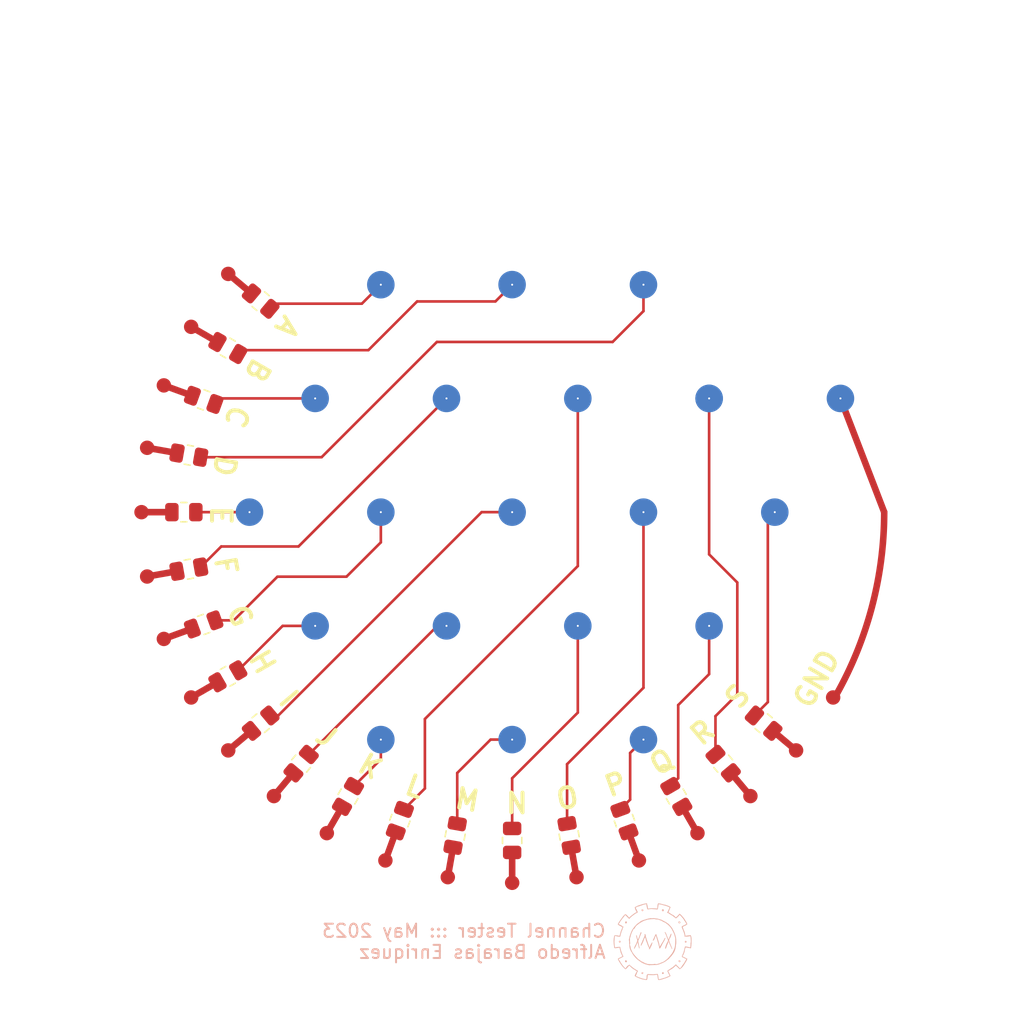
<source format=kicad_pcb>
(kicad_pcb (version 20221018) (generator pcbnew)
  (layers (0 "F.Cu" signal) (31 "B.Cu" signal) (34 "B.Paste" user) (35 "F.Paste" user) (36 "B.SilkS" user "B.Silkscreen") (37 "F.SilkS" user "F.Silkscreen") (38 "B.Mask" user) (39 "F.Mask" user) (44 "Edge.Cuts" user))
  (net 0 "")
  (footprint "Resistor_SMD:R_0805_2012Metric" (layer "F.Cu") (at 40.845 74.715635 60)
    (fp_text reference "REF**8" hide)
    (fp_text value "R_0805_2012Metric" hide)
    (pad "1" smd roundrect (at -0.9125 0 60) (size 1.025 1.4) (layers "F.Cu" "F.Paste" "F.Mask") (roundrect_rratio 0.243902))
    (pad "2" smd roundrect (at 0.9125 0 60) (size 1.025 1.4) (layers "F.Cu" "F.Paste" "F.Mask") (roundrect_rratio 0.243902))
  )
  (footprint "Resistor_SMD:R_0805_2012Metric" (layer "F.Cu") (at 29.852684 44.514496 -20)
    (fp_text reference "REF**16" hide)
    (fp_text value "R_0805_2012Metric" hide)
    (pad "1" smd roundrect (at -0.9125 0 340) (size 1.025 1.4) (layers "F.Cu" "F.Paste" "F.Mask") (roundrect_rratio 0.243902))
    (pad "2" smd roundrect (at 0.9125 0 340) (size 1.025 1.4) (layers "F.Cu" "F.Paste" "F.Mask") (roundrect_rratio 0.243902))
  )
  (footprint "Resistor_SMD:R_0805_2012Metric" (layer "F.Cu") (at 37.27531 72.216111 50)
    (fp_text reference "REF**9" hide)
    (fp_text value "R_0805_2012Metric" hide)
    (pad "1" smd roundrect (at -0.9125 0 50) (size 1.025 1.4) (layers "F.Cu" "F.Paste" "F.Mask") (roundrect_rratio 0.243902))
    (pad "2" smd roundrect (at 0.9125 0 50) (size 1.025 1.4) (layers "F.Cu" "F.Paste" "F.Mask") (roundrect_rratio 0.243902))
  )
  (footprint "Resistor_SMD:R_0805_2012Metric" (layer "F.Cu") (at 65.845 74.715635 120)
    (fp_text reference "REF**3" hide)
    (fp_text value "R_0805_2012Metric" hide)
    (pad "1" smd roundrect (at -0.9125 0 120) (size 1.025 1.4) (layers "F.Cu" "F.Paste" "F.Mask") (roundrect_rratio 0.243902))
    (pad "2" smd roundrect (at 0.9125 0 120) (size 1.025 1.4) (layers "F.Cu" "F.Paste" "F.Mask") (roundrect_rratio 0.243902))
  )
  (footprint "Resistor_SMD:R_0805_2012Metric" (layer "F.Cu") (at 49.003796 77.685194 80)
    (fp_text reference "REF**6" hide)
    (fp_text value "R_0805_2012Metric" hide)
    (pad "1" smd roundrect (at -0.9125 0 80) (size 1.025 1.4) (layers "F.Cu" "F.Paste" "F.Mask") (roundrect_rratio 0.243902))
    (pad "2" smd roundrect (at 0.9125 0 80) (size 1.025 1.4) (layers "F.Cu" "F.Paste" "F.Mask") (roundrect_rratio 0.243902))
  )
  (footprint "Resistor_SMD:R_0805_2012Metric" (layer "F.Cu") (at 29.852684 61.615504 20)
    (fp_text reference "REF**12" hide)
    (fp_text value "R_0805_2012Metric" hide)
    (pad "1" smd roundrect (at -0.9125 0 20) (size 1.025 1.4) (layers "F.Cu" "F.Paste" "F.Mask") (roundrect_rratio 0.243902))
    (pad "2" smd roundrect (at 0.9125 0 20) (size 1.025 1.4) (layers "F.Cu" "F.Paste" "F.Mask") (roundrect_rratio 0.243902))
  )
  (footprint "Resistor_SMD:R_0805_2012Metric" (layer "F.Cu") (at 44.794496 76.557316 70)
    (fp_text reference "REF**7" hide)
    (fp_text value "R_0805_2012Metric" hide)
    (pad "1" smd roundrect (at -0.9125 0 70) (size 1.025 1.4) (layers "F.Cu" "F.Paste" "F.Mask") (roundrect_rratio 0.243902))
    (pad "2" smd roundrect (at 0.9125 0 70) (size 1.025 1.4) (layers "F.Cu" "F.Paste" "F.Mask") (roundrect_rratio 0.243902))
  )
  (footprint "Resistor_SMD:R_0805_2012Metric" (layer "F.Cu") (at 31.694365 40.565 -30)
    (fp_text reference "REF**17" hide)
    (fp_text value "R_0805_2012Metric" hide)
    (pad "1" smd roundrect (at -0.9125 0 330) (size 1.025 1.4) (layers "F.Cu" "F.Paste" "F.Mask") (roundrect_rratio 0.243902))
    (pad "2" smd roundrect (at 0.9125 0 330) (size 1.025 1.4) (layers "F.Cu" "F.Paste" "F.Mask") (roundrect_rratio 0.243902))
  )
  (footprint "Resistor_SMD:R_0805_2012Metric" (layer "F.Cu") (at 28.345 53.065)
    (fp_text reference "REF**14" hide)
    (fp_text value "R_0805_2012Metric" hide)
    (pad "1" smd roundrect (at -0.9125 0) (size 1.025 1.4) (layers "F.Cu" "F.Paste" "F.Mask") (roundrect_rratio 0.243902))
    (pad "2" smd roundrect (at 0.9125 0) (size 1.025 1.4) (layers "F.Cu" "F.Paste" "F.Mask") (roundrect_rratio 0.243902))
  )
  (footprint "Resistor_SMD:R_0805_2012Metric" (layer "F.Cu") (at 53.345 78.065 90)
    (fp_text reference "REF**" hide)
    (fp_text value "R_0805_2012Metric" hide)
    (pad "1" smd roundrect (at -0.9125 0 90) (size 1.025 1.4) (layers "F.Cu" "F.Paste" "F.Mask") (roundrect_rratio 0.243902))
    (pad "2" smd roundrect (at 0.9125 0 90) (size 1.025 1.4) (layers "F.Cu" "F.Paste" "F.Mask") (roundrect_rratio 0.243902))
  )
  (footprint "Resistor_SMD:R_0805_2012Metric" (layer "F.Cu") (at 69.41469 72.216111 130)
    (fp_text reference "REF**4" hide)
    (fp_text value "R_0805_2012Metric" hide)
    (pad "1" smd roundrect (at -0.9125 0 130) (size 1.025 1.4) (layers "F.Cu" "F.Paste" "F.Mask") (roundrect_rratio 0.243902))
    (pad "2" smd roundrect (at 0.9125 0 130) (size 1.025 1.4) (layers "F.Cu" "F.Paste" "F.Mask") (roundrect_rratio 0.243902))
  )
  (footprint "Resistor_SMD:R_0805_2012Metric" (layer "F.Cu") (at 34.193889 69.13469 40)
    (fp_text reference "REF**10" hide)
    (fp_text value "R_0805_2012Metric" hide)
    (pad "1" smd roundrect (at -0.9125 0 40) (size 1.025 1.4) (layers "F.Cu" "F.Paste" "F.Mask") (roundrect_rratio 0.243902))
    (pad "2" smd roundrect (at 0.9125 0 40) (size 1.025 1.4) (layers "F.Cu" "F.Paste" "F.Mask") (roundrect_rratio 0.243902))
  )
  (footprint "Resistor_SMD:R_0805_2012Metric" (layer "F.Cu") (at 61.895504 76.557316 110)
    (fp_text reference "REF**2" hide)
    (fp_text value "R_0805_2012Metric" hide)
    (pad "1" smd roundrect (at -0.9125 0 110) (size 1.025 1.4) (layers "F.Cu" "F.Paste" "F.Mask") (roundrect_rratio 0.243902))
    (pad "2" smd roundrect (at 0.9125 0 110) (size 1.025 1.4) (layers "F.Cu" "F.Paste" "F.Mask") (roundrect_rratio 0.243902))
  )
  (footprint "Resistor_SMD:R_0805_2012Metric" (layer "F.Cu") (at 28.724806 57.406204 10)
    (fp_text reference "REF**13" hide)
    (fp_text value "R_0805_2012Metric" hide)
    (pad "1" smd roundrect (at -0.9125 0 10) (size 1.025 1.4) (layers "F.Cu" "F.Paste" "F.Mask") (roundrect_rratio 0.243902))
    (pad "2" smd roundrect (at 0.9125 0 10) (size 1.025 1.4) (layers "F.Cu" "F.Paste" "F.Mask") (roundrect_rratio 0.243902))
  )
  (footprint "Resistor_SMD:R_0805_2012Metric" (layer "F.Cu") (at 34.193889 36.995309 -40)
    (fp_text reference "REF**18" hide)
    (fp_text value "R_0805_2012Metric" hide)
    (pad "1" smd roundrect (at -0.9125 0 320) (size 1.025 1.4) (layers "F.Cu" "F.Paste" "F.Mask") (roundrect_rratio 0.243902))
    (pad "2" smd roundrect (at 0.9125 0 320) (size 1.025 1.4) (layers "F.Cu" "F.Paste" "F.Mask") (roundrect_rratio 0.243902))
  )
  (footprint "Resistor_SMD:R_0805_2012Metric" (layer "F.Cu") (at 57.686204 77.685194 100)
    (fp_text reference "REF**1" hide)
    (fp_text value "R_0805_2012Metric" hide)
    (pad "1" smd roundrect (at -0.9125 0 100) (size 1.025 1.4) (layers "F.Cu" "F.Paste" "F.Mask") (roundrect_rratio 0.243902))
    (pad "2" smd roundrect (at 0.9125 0 100) (size 1.025 1.4) (layers "F.Cu" "F.Paste" "F.Mask") (roundrect_rratio 0.243902))
  )
  (footprint "Resistor_SMD:R_0805_2012Metric" (layer "F.Cu") (at 31.694365 65.565 30)
    (fp_text reference "REF**11" hide)
    (fp_text value "R_0805_2012Metric" hide)
    (pad "1" smd roundrect (at -0.9125 0 30) (size 1.025 1.4) (layers "F.Cu" "F.Paste" "F.Mask") (roundrect_rratio 0.243902))
    (pad "2" smd roundrect (at 0.9125 0 30) (size 1.025 1.4) (layers "F.Cu" "F.Paste" "F.Mask") (roundrect_rratio 0.243902))
  )
  (footprint "Resistor_SMD:R_0805_2012Metric" (layer "F.Cu") (at 28.724806 48.723796 -10)
    (fp_text reference "REF**15" hide)
    (fp_text value "R_0805_2012Metric" hide)
    (pad "1" smd roundrect (at -0.9125 0 350) (size 1.025 1.4) (layers "F.Cu" "F.Paste" "F.Mask") (roundrect_rratio 0.243902))
    (pad "2" smd roundrect (at 0.9125 0 350) (size 1.025 1.4) (layers "F.Cu" "F.Paste" "F.Mask") (roundrect_rratio 0.243902))
  )
  (footprint "Resistor_SMD:R_0805_2012Metric" (layer "F.Cu") (at 72.496111 69.13469 140)
    (fp_text reference "REF**5" hide)
    (fp_text value "R_0805_2012Metric" hide)
    (pad "1" smd roundrect (at -0.9125 0 140) (size 1.025 1.4) (layers "F.Cu" "F.Paste" "F.Mask") (roundrect_rratio 0.243902))
    (pad "2" smd roundrect (at 0.9125 0 140) (size 1.025 1.4) (layers "F.Cu" "F.Paste" "F.Mask") (roundrect_rratio 0.243902))
  )
  (footprint "LOGO" (layer "B.Cu") (at 64.04 85.73 180)
    (fp_text reference "G***" hide)
    (fp_text value "LOGO" hide)
  )
  (gr_line (start 48.830147 78.670002) (end 48.443874 80.860656) (stroke (width 0.5)) (layer "F.Cu"))
  (gr_circle (center 43.691669 79.587306) (end 44.161515 79.416296) (stroke (width 0.1)) (fill solid) (layer "F.Cu"))
  (gr_circle (center 35.202673 74.686182) (end 35.702673 74.686182) (stroke (width 0.1)) (fill solid) (layer "F.Cu"))
  (gr_line (start 27.345 53.065) (end 25.120551 53.064999) (stroke (width 0.5)) (layer "F.Cu"))
  (gr_circle (center 25.549343 57.966123) (end 25.932365 58.287517) (stroke (width 0.1)) (fill solid) (layer "F.Cu"))
  (gr_line (start 28.912991 61.957524) (end 26.822692 62.718329) (stroke (width 0.5)) (layer "F.Cu"))
  (gr_circle (center 62.998329 79.587307) (end 63.248329 79.154294) (stroke (width 0.1)) (fill solid) (layer "F.Cu"))
  (gr_line (start 57.859853 78.670002) (end 58.246123 80.860657) (stroke (width 0.5)) (layer "F.Cu"))
  (gr_line (start 36.632522 72.982156) (end 35.202673 74.686182) (stroke (width 0.5)) (layer "F.Cu"))
  (gr_circle (center 26.822694 43.411669) (end 26.993704 43.881515) (stroke (width 0.1)) (fill solid) (layer "F.Cu"))
  (gr_circle (center 48.443875 80.860656) (end 48.876888 80.610656) (stroke (width 0.1)) (fill solid) (layer "F.Cu"))
  (gr_line (start 27.739998 57.579853) (end 25.549343 57.966123) (stroke (width 0.5)) (layer "F.Cu"))
  (gr_line (start 33.427844 69.777478) (end 31.723817 71.207325) (stroke (width 0.5)) (layer "F.Cu"))
  (gr_line (start 66.345 75.581661) (end 67.457223 77.508091) (stroke (width 0.5)) (layer "F.Cu"))
  (gr_line (start 30.828339 66.065) (end 28.901909 67.177223) (stroke (width 0.5)) (layer "F.Cu"))
  (gr_line (start 30.828339 40.065) (end 28.90191 38.952775) (stroke (width 0.5)) (layer "F.Cu"))
  (gr_line (start 70.057478 72.982156) (end 71.487325 74.686183) (stroke (width 0.5)) (layer "F.Cu"))
  (gr_circle (center 31.723818 34.922673) (end 31.723818 35.422673) (stroke (width 0.1)) (fill solid) (layer "F.Cu"))
  (gr_circle (center 71.487326 74.686183) (end 71.57415 74.193779) (stroke (width 0.1)) (fill solid) (layer "F.Cu"))
  (gr_circle (center 26.822693 62.718329) (end 27.255706 62.968329) (stroke (width 0.1)) (fill solid) (layer "F.Cu"))
  (gr_circle (center 28.901909 67.177224) (end 29.371755 67.348234) (stroke (width 0.1)) (fill solid) (layer "F.Cu"))
  (gr_circle (center 53.344999 81.289449) (end 53.728021 80.968055) (stroke (width 0.1)) (fill solid) (layer "F.Cu"))
  (gr_line (start 44.452476 77.497009) (end 43.691669 79.587307) (stroke (width 0.5)) (layer "F.Cu"))
  (gr_circle (center 28.90191 38.952775) (end 28.988734 39.445179) (stroke (width 0.1)) (fill solid) (layer "F.Cu"))
  (gr_circle (center 74.966182 71.207327) (end 74.966182 70.707327) (stroke (width 0.1)) (fill solid) (layer "F.Cu"))
  (gr_circle (center 67.457224 77.508091) (end 67.628234 77.038245) (stroke (width 0.1)) (fill solid) (layer "F.Cu"))
  (gr_circle (center 58.246123 80.860657) (end 58.567517 80.477635) (stroke (width 0.1)) (fill solid) (layer "F.Cu"))
  (gr_circle (center 31.723817 71.207326) (end 32.216221 71.29415) (stroke (width 0.1)) (fill solid) (layer "F.Cu"))
  (gr_circle (center 77.78809 67.177225) (end 77.701266 66.684821) (stroke (width 0.1)) (fill solid) (layer "F.Cu"))
  (gr_line (start 33.427844 36.352522) (end 31.723818 34.922673) (stroke (width 0.5)) (layer "F.Cu"))
  (gr_circle (center 25.549344 48.163875) (end 25.799344 48.596888) (stroke (width 0.1)) (fill solid) (layer "F.Cu"))
  (gr_circle (center 25.120551 53.064999) (end 25.441945 53.448021) (stroke (width 0.1)) (fill solid) (layer "F.Cu"))
  (gr_arc (start 81.676551 53.065115) (mid 80.711139 60.397791) (end 77.880788 67.230745) (stroke (width 0.5)) (layer "F.Cu"))
  (gr_line (start 78.345 44.405) (end 81.676551 53.065115) (stroke (width 0.5)) (layer "F.Cu"))
  (gr_line (start 27.739998 48.550147) (end 25.549344 48.163874) (stroke (width 0.5)) (layer "F.Cu"))
  (gr_line (start 73.262156 69.777478) (end 74.966182 71.207327) (stroke (width 0.5)) (layer "F.Cu"))
  (gr_line (start 62.237524 77.497009) (end 62.998329 79.587308) (stroke (width 0.5)) (layer "F.Cu"))
  (gr_line (start 28.912991 44.172476) (end 26.822693 43.411669) (stroke (width 0.5)) (layer "F.Cu"))
  (gr_circle (center 39.232775 77.50809) (end 39.725179 77.421266) (stroke (width 0.1)) (fill solid) (layer "F.Cu"))
  (gr_line (start 53.345 79.065) (end 53.344999 81.289449) (stroke (width 0.5)) (layer "F.Cu"))
  (gr_line (start 40.345 75.581661) (end 39.232775 77.50809) (stroke (width 0.5)) (layer "F.Cu"))
  (gr_circle (center 58.345 61.725) (end 59.345 61.725) (stroke (width 0.1)) (fill solid) (layer "B.Cu"))
  (gr_circle (center 78.345 44.405) (end 79.345 44.405) (stroke (width 0.1)) (fill solid) (layer "B.Cu"))
  (gr_circle (center 53.341263 35.738737) (end 54.341263 35.738737) (stroke (width 0.1)) (fill solid) (layer "B.Cu"))
  (gr_circle (center 53.345 53.065) (end 54.345 53.065) (stroke (width 0.1)) (fill solid) (layer "B.Cu"))
  (gr_circle (center 53.345 70.385) (end 54.345 70.385) (stroke (width 0.1)) (fill solid) (layer "B.Cu"))
  (gr_circle (center 48.345 61.725) (end 49.345 61.725) (stroke (width 0.1)) (fill solid) (layer "B.Cu"))
  (gr_circle (center 68.345 44.405) (end 69.345 44.405) (stroke (width 0.1)) (fill solid) (layer "B.Cu"))
  (gr_circle (center 73.345 53.065) (end 74.345 53.065) (stroke (width 0.1)) (fill solid) (layer "B.Cu"))
  (gr_circle (center 48.345 44.405) (end 49.345 44.405) (stroke (width 0.1)) (fill solid) (layer "B.Cu"))
  (gr_circle (center 43.345 70.385) (end 44.345 70.385) (stroke (width 0.1)) (fill solid) (layer "B.Cu"))
  (gr_circle (center 63.345 35.745) (end 64.345 35.745) (stroke (width 0.1)) (fill solid) (layer "B.Cu"))
  (gr_circle (center 43.345 53.065) (end 44.345 53.065) (stroke (width 0.1)) (fill solid) (layer "B.Cu"))
  (gr_circle (center 38.345 44.405) (end 39.345 44.405) (stroke (width 0.1)) (fill solid) (layer "B.Cu"))
  (gr_circle (center 63.345 70.385) (end 64.345 70.385) (stroke (width 0.1)) (fill solid) (layer "B.Cu"))
  (gr_circle (center 58.345 44.405) (end 59.345 44.405) (stroke (width 0.1)) (fill solid) (layer "B.Cu"))
  (gr_circle (center 68.345 44.405) (end 69.345 44.405) (stroke (width 0.1)) (fill solid) (layer "B.Cu"))
  (gr_circle (center 63.345 53.065) (end 64.345 53.065) (stroke (width 0.1)) (fill solid) (layer "B.Cu"))
  (gr_circle (center 33.345 53.065) (end 34.345 53.065) (stroke (width 0.1)) (fill solid) (layer "B.Cu"))
  (gr_circle (center 38.345 61.725) (end 39.345 61.725) (stroke (width 0.1)) (fill solid) (layer "B.Cu"))
  (gr_circle (center 68.345 61.725) (end 69.345 61.725) (stroke (width 0.1)) (fill solid) (layer "B.Cu"))
  (gr_circle (center 43.345 35.745) (end 44.345 35.745) (stroke (width 0.1)) (fill solid) (layer "B.Cu"))
  (gr_circle (center 58.246123 80.860657) (end 58.40682 80.669146) (stroke (width 0.001)) (fill none) (layer "Edge.Cuts"))
  (gr_circle (center 26.822693 62.718329) (end 27.039199 62.843329) (stroke (width 0.001)) (fill none) (layer "Edge.Cuts"))
  (gr_circle (center 48.443875 80.860656) (end 48.660381 80.735656) (stroke (width 0.001)) (fill none) (layer "Edge.Cuts"))
  (gr_circle (center 25.120551 53.064999) (end 25.281248 53.25651) (stroke (width 0.001)) (fill none) (layer "Edge.Cuts"))
  (gr_circle (center 67.457224 77.508091) (end 67.542729 77.273168) (stroke (width 0.001)) (fill none) (layer "Edge.Cuts"))
  (gr_circle (center 31.723817 71.207326) (end 31.970019 71.250738) (stroke (width 0.001)) (fill none) (layer "Edge.Cuts"))
  (gr_circle (center 28.901909 67.177224) (end 29.136832 67.262729) (stroke (width 0.001)) (fill none) (layer "Edge.Cuts"))
  (gr_circle (center 35.202673 74.686182) (end 35.452673 74.686182) (stroke (width 0.001)) (fill none) (layer "Edge.Cuts"))
  (gr_circle (center 39.232775 77.50809) (end 39.478977 77.464678) (stroke (width 0.001)) (fill none) (layer "Edge.Cuts"))
  (gr_circle (center 74.966182 71.207327) (end 74.966182 70.957327) (stroke (width 0.001)) (fill none) (layer "Edge.Cuts"))
  (gr_circle (center 53.345 18.065) (end 54.845 18.065) (stroke (width 0.001)) (fill none) (layer "Edge.Cuts"))
  (gr_circle (center 53.345 53.065) (end 92.345 53.065) (stroke (width 0.001)) (fill none) (layer "Edge.Cuts"))
  (gr_circle (center 62.998329 79.587307) (end 63.123329 79.370801) (stroke (width 0.001)) (fill none) (layer "Edge.Cuts"))
  (gr_circle (center 77.78809 67.177225) (end 77.744678 66.931023) (stroke (width 0.001)) (fill none) (layer "Edge.Cuts"))
  (gr_circle (center 83.655889 70.565) (end 85.155889 70.565) (stroke (width 0.001)) (fill none) (layer "Edge.Cuts"))
  (gr_circle (center 23.034111 70.565) (end 24.534111 70.565) (stroke (width 0.001)) (fill none) (layer "Edge.Cuts"))
  (gr_circle (center 53.344999 81.289449) (end 53.53651 81.128752) (stroke (width 0.001)) (fill none) (layer "Edge.Cuts"))
  (gr_circle (center 28.90191 38.952775) (end 28.945322 39.198977) (stroke (width 0.001)) (fill none) (layer "Edge.Cuts"))
  (gr_circle (center 43.691669 79.587306) (end 43.926592 79.501801) (stroke (width 0.001)) (fill none) (layer "Edge.Cuts"))
  (gr_circle (center 26.822694 43.411669) (end 26.908199 43.646592) (stroke (width 0.001)) (fill none) (layer "Edge.Cuts"))
  (gr_circle (center 31.723818 34.922673) (end 31.723818 35.172673) (stroke (width 0.001)) (fill none) (layer "Edge.Cuts"))
  (gr_circle (center 25.549344 48.163875) (end 25.674344 48.380381) (stroke (width 0.001)) (fill none) (layer "Edge.Cuts"))
  (gr_circle (center 25.549343 57.966123) (end 25.740854 58.12682) (stroke (width 0.001)) (fill none) (layer "Edge.Cuts"))
  (gr_circle (center 71.487326 74.686183) (end 71.530738 74.439981) (stroke (width 0.001)) (fill none) (layer "Edge.Cuts"))
  (gr_text "Channel Tester ::: May 2023\nAlfredo Barajas Enriquez\n" (at 60.555 87.145) (layer "B.SilkS") (effects (font (size 1 1)) (justify left bottom mirror)))
  (gr_text "GND" (at 76.05 68.345 60) (layer "F.SilkS") (effects (font (size 1.5 1.5) (thickness 0.3) bold) (justify left bottom)))
  (gr_text "A" (at 36.082374 37.770584 -130) (layer "F.SilkS") (effects (font (size 1.5 1.5) (thickness 0.3) bold) (justify left bottom)))
  (gr_text "R" (at 67.689521 71.124683 40) (layer "F.SilkS") (effects (font (size 1.5 1.5) (thickness 0.3) bold) (justify left bottom)))
  (gr_text "Q" (at 64.335564 73.341216 30) (layer "F.SilkS") (effects (font (size 1.5 1.5) (thickness 0.3) bold) (justify left bottom)))
  (gr_text "N" (at 52.725 76.12) (layer "F.SilkS") (effects (font (size 1.5 1.5) (thickness 0.3) bold) (justify left bottom)))
  (gr_text "F" (at 30.532595 56.457878 280) (layer "F.SilkS") (effects (font (size 1.5 1.5) (thickness 0.3) bold) (justify left bottom)))
  (gr_text "E" (at 30.29 52.445 270) (layer "F.SilkS") (effects (font (size 1.5 1.5) (thickness 0.3) bold) (justify left bottom)))
  (gr_text "O" (at 56.737878 75.877405 10) (layer "F.SilkS") (effects (font (size 1.5 1.5) (thickness 0.3) bold) (justify left bottom)))
  (gr_text "L" (at 44.877116 74.517561 340) (layer "F.SilkS") (effects (font (size 1.5 1.5) (thickness 0.3) bold) (justify left bottom)))
  (gr_text "D" (at 30.747919 48.45096 260) (layer "F.SilkS") (effects (font (size 1.5 1.5) (thickness 0.3) bold) (justify left bottom)))
  (gr_text "K" (at 41.280564 72.721216 330) (layer "F.SilkS") (effects (font (size 1.5 1.5) (thickness 0.3) bold) (justify left bottom)))
  (gr_text "H" (at 33.068784 64.055564 300) (layer "F.SilkS") (effects (font (size 1.5 1.5) (thickness 0.3) bold) (justify left bottom)))
  (gr_text "C" (at 31.892439 44.597116 250) (layer "F.SilkS") (effects (font (size 1.5 1.5) (thickness 0.3) bold) (justify left bottom)))
  (gr_text "I" (at 35.285317 67.409521 310) (layer "F.SilkS") (effects (font (size 1.5 1.5) (thickness 0.3) bold) (justify left bottom)))
  (gr_text "B" (at 33.688784 41.000564 240) (layer "F.SilkS") (effects (font (size 1.5 1.5) (thickness 0.3) bold) (justify left bottom)))
  (gr_text "G" (at 31.468334 60.367665 290) (layer "F.SilkS") (effects (font (size 1.5 1.5) (thickness 0.3) bold) (justify left bottom)))
  (gr_text "P" (at 60.647665 74.941666 20) (layer "F.SilkS") (effects (font (size 1.5 1.5) (thickness 0.3) bold) (justify left bottom)))
  (gr_text "J" (at 38.050584 70.327626 320) (layer "F.SilkS") (effects (font (size 1.5 1.5) (thickness 0.3) bold) (justify left bottom)))
  (gr_text "S" (at 70.607626 68.359416 50) (layer "F.SilkS") (effects (font (size 1.5 1.5) (thickness 0.3) bold) (justify left bottom)))
  (gr_text "M" (at 48.73096 75.662081 350) (layer "F.SilkS") (effects (font (size 1.5 1.5) (thickness 0.3) bold) (justify left bottom)))
  (segment (start 51.705 70.385) (end 49.16225 72.92775) (width 0.2) (layer "F.Cu") (net 0))
  (segment (start 58.345 57.17) (end 46.7 68.815) (width 0.2) (layer "F.Cu") (net 0))
  (segment (start 68.345 44.405) (end 68.345 56.28) (width 0.2) (layer "F.Cu") (net 0))
  (segment (start 38.345 61.725) (end 35.868363 61.725) (width 0.2) (layer "F.Cu") (net 0))
  (segment (start 42.395 40.73) (end 46.105 37.02) (width 0.2) (layer "F.Cu") (net 0))
  (segment (start 47.61 40.105) (end 38.83275 48.88225) (width 0.2) (layer "F.Cu") (net 0))
  (segment (start 43.345 53.065) (end 43.345 55.365) (width 0.2) (layer "F.Cu") (net 0))
  (segment (start 48.345 44.41) (end 37.075 55.68) (width 0.2) (layer "F.Cu") (net 0))
  (segment (start 41.9 37.19) (end 35.284758 37.19) (width 0.2) (layer "F.Cu") (net 0))
  (segment (start 53.345 70.385) (end 51.705 70.385) (width 0.2) (layer "F.Cu") (net 0))
  (segment (start 68.345 56.28) (end 70.49 58.425) (width 0.2) (layer "F.Cu") (net 0))
  (segment (start 37.075 55.68) (end 31.191193 55.68) (width 0.2) (layer "F.Cu") (net 0))
  (segment (start 63.345 66.44) (end 57.52775 72.25725) (width 0.2) (layer "F.Cu") (net 0))
  (segment (start 62.33 71.4) (end 62.33 74.953257) (width 0.2) (layer "F.Cu") (net 0))
  (segment (start 46.7 68.815) (end 46.7 74.106435) (width 0.2) (layer "F.Cu") (net 0))
  (segment (start 35.536854 68.548146) (end 34.892905 68.548146) (width 0.2) (layer "F.Cu") (net 0))
  (segment (start 35.47 57.98) (end 32.146589 61.303411) (width 0.2) (layer "F.Cu") (net 0))
  (segment (start 48.345 61.725) (end 47.653949 61.725) (width 0.2) (layer "F.Cu") (net 0))
  (segment (start 63.345 70.385) (end 62.33 71.4) (width 0.2) (layer "F.Cu") (net 0))
  (segment (start 53.345 53.065) (end 51.02 53.065) (width 0.2) (layer "F.Cu") (net 0))
  (segment (start 49.16225 72.92775) (end 49.16225 76.786557) (width 0.2) (layer "F.Cu") (net 0))
  (segment (start 43.345 70.385) (end 43.345 71.881637) (width 0.2) (layer "F.Cu") (net 0))
  (segment (start 57.52775 72.25725) (end 57.52775 76.786557) (width 0.2) (layer "F.Cu") (net 0))
  (segment (start 31.191193 55.68) (end 29.623443 57.24775) (width 0.2) (layer "F.Cu") (net 0))
  (segment (start 46.7 74.106435) (end 45.106589 75.699846) (width 0.2) (layer "F.Cu") (net 0))
  (segment (start 33.345 53.065) (end 29.2575 53.065) (width 0.2) (layer "F.Cu") (net 0))
  (segment (start 68.345 65.4) (end 65.99 67.755) (width 0.2) (layer "F.Cu") (net 0))
  (segment (start 58.345 61.725) (end 58.345 68.33) (width 0.2) (layer "F.Cu") (net 0))
  (segment (start 48.345 44.405) (end 48.345 44.41) (width 0.2) (layer "F.Cu") (net 0))
  (segment (start 63.345 37.755) (end 60.995 40.105) (width 0.2) (layer "F.Cu") (net 0))
  (segment (start 32.484613 41.02125) (end 32.775863 40.73) (width 0.2) (layer "F.Cu") (net 0))
  (segment (start 38.83275 48.88225) (end 29.623443 48.88225) (width 0.2) (layer "F.Cu") (net 0))
  (segment (start 63.345 53.065) (end 63.345 66.44) (width 0.2) (layer "F.Cu") (net 0))
  (segment (start 65.99 67.755) (end 65.99 73.324137) (width 0.2) (layer "F.Cu") (net 0))
  (segment (start 62.33 74.953257) (end 61.583411 75.699846) (width 0.2) (layer "F.Cu") (net 0))
  (segment (start 70.49 66.935) (end 68.828146 68.596854) (width 0.2) (layer "F.Cu") (net 0))
  (segment (start 52.07 37.02) (end 53.345 35.745) (width 0.2) (layer "F.Cu") (net 0))
  (segment (start 43.345 35.745) (end 41.9 37.19) (width 0.2) (layer "F.Cu") (net 0))
  (segment (start 32.146589 61.303411) (end 30.710154 61.303411) (width 0.2) (layer "F.Cu") (net 0))
  (segment (start 35.284758 37.19) (end 34.892905 37.581853) (width 0.2) (layer "F.Cu") (net 0))
  (segment (start 68.828146 68.596854) (end 68.828146 71.517095) (width 0.2) (layer "F.Cu") (net 0))
  (segment (start 43.345 55.365) (end 40.73 57.98) (width 0.2) (layer "F.Cu") (net 0))
  (segment (start 60.995 40.105) (end 47.61 40.105) (width 0.2) (layer "F.Cu") (net 0))
  (segment (start 73.345 53.065) (end 72.815 53.595) (width 0.2) (layer "F.Cu") (net 0))
  (segment (start 65.99 73.324137) (end 65.38875 73.925387) (width 0.2) (layer "F.Cu") (net 0))
  (segment (start 35.868363 61.725) (end 32.484613 65.10875) (width 0.2) (layer "F.Cu") (net 0))
  (segment (start 38.345 44.405) (end 31.131743 44.405) (width 0.2) (layer "F.Cu") (net 0))
  (segment (start 32.775863 40.73) (end 42.395 40.73) (width 0.2) (layer "F.Cu") (net 0))
  (segment (start 58.345 68.33) (end 53.345 73.33) (width 0.2) (layer "F.Cu") (net 0))
  (segment (start 72.815 53.595) (end 72.815 67.530241) (width 0.2) (layer "F.Cu") (net 0))
  (segment (start 58.345 44.405) (end 58.345 57.17) (width 0.2) (layer "F.Cu") (net 0))
  (segment (start 43.345 71.881637) (end 41.30125 73.925387) (width 0.2) (layer "F.Cu") (net 0))
  (segment (start 68.345 61.725) (end 68.345 65.4) (width 0.2) (layer "F.Cu") (net 0))
  (segment (start 72.815 67.530241) (end 71.797095 68.548146) (width 0.2) (layer "F.Cu") (net 0))
  (segment (start 53.345 73.33) (end 53.345 77.1525) (width 0.2) (layer "F.Cu") (net 0))
  (segment (start 47.653949 61.725) (end 37.861854 71.517095) (width 0.2) (layer "F.Cu") (net 0))
  (segment (start 51.02 53.065) (end 35.536854 68.548146) (width 0.2) (layer "F.Cu") (net 0))
  (segment (start 70.49 58.425) (end 70.49 66.935) (width 0.2) (layer "F.Cu") (net 0))
  (segment (start 40.73 57.98) (end 35.47 57.98) (width 0.2) (layer "F.Cu") (net 0))
  (segment (start 31.131743 44.405) (end 30.710154 44.826589) (width 0.2) (layer "F.Cu") (net 0))
  (segment (start 46.105 37.02) (end 52.07 37.02) (width 0.2) (layer "F.Cu") (net 0))
  (segment (start 63.345 35.745) (end 63.345 37.755) (width 0.2) (layer "F.Cu") (net 0))
  (via blind (at 38.345 44.405) (size 0.25) (drill 0.15) (layers "F.Cu" "B.Cu") (net 0))
  (via blind (at 43.345 70.385) (size 0.25) (drill 0.15) (layers "F.Cu" "B.Cu") (net 0))
  (via blind (at 68.345 44.405) (size 0.25) (drill 0.15) (layers "F.Cu" "B.Cu") (net 0))
  (via blind (at 48.345 61.725) (size 0.25) (drill 0.15) (layers "F.Cu" "B.Cu") (net 0))
  (via blind (at 68.345 61.725) (size 0.25) (drill 0.15) (layers "F.Cu" "B.Cu") (net 0))
  (via blind (at 78.345 44.405) (size 0.25) (drill 0.15) (layers "F.Cu" "B.Cu") (net 0))
  (via blind (at 48.345 44.405) (size 0.25) (drill 0.15) (layers "F.Cu" "B.Cu") (net 0))
  (via blind (at 53.345 70.385) (size 0.25) (drill 0.15) (layers "F.Cu" "B.Cu") (net 0))
  (via blind (at 63.345 70.385) (size 0.25) (drill 0.15) (layers "F.Cu" "B.Cu") (net 0))
  (via blind (at 53.345 35.745) (size 0.25) (drill 0.15) (layers "F.Cu" "B.Cu") (net 0))
  (via blind (at 58.345 44.405) (size 0.25) (drill 0.15) (layers "F.Cu" "B.Cu") (net 0))
  (via blind (at 53.345 53.065) (size 0.25) (drill 0.15) (layers "F.Cu" "B.Cu") (net 0))
  (via blind (at 38.345 61.725) (size 0.25) (drill 0.15) (layers "F.Cu" "B.Cu") (net 0))
  (via blind (at 33.345 53.065) (size 0.25) (drill 0.15) (layers "F.Cu" "B.Cu") (net 0))
  (via blind (at 73.345 53.065) (size 0.25) (drill 0.15) (layers "F.Cu" "B.Cu") (net 0))
  (via blind (at 63.345 35.745) (size 0.25) (drill 0.15) (layers "F.Cu" "B.Cu") (net 0))
  (via blind (at 43.345 53.065) (size 0.25) (drill 0.15) (layers "F.Cu" "B.Cu") (net 0))
  (via blind (at 63.345 53.065) (size 0.25) (drill 0.15) (layers "F.Cu" "B.Cu") (net 0))
  (via blind (at 58.345 61.725) (size 0.25) (drill 0.15) (layers "F.Cu" "B.Cu") (net 0))
  (via blind (at 43.345 35.745) (size 0.25) (drill 0.15) (layers "F.Cu" "B.Cu") (net 0))
)
</source>
